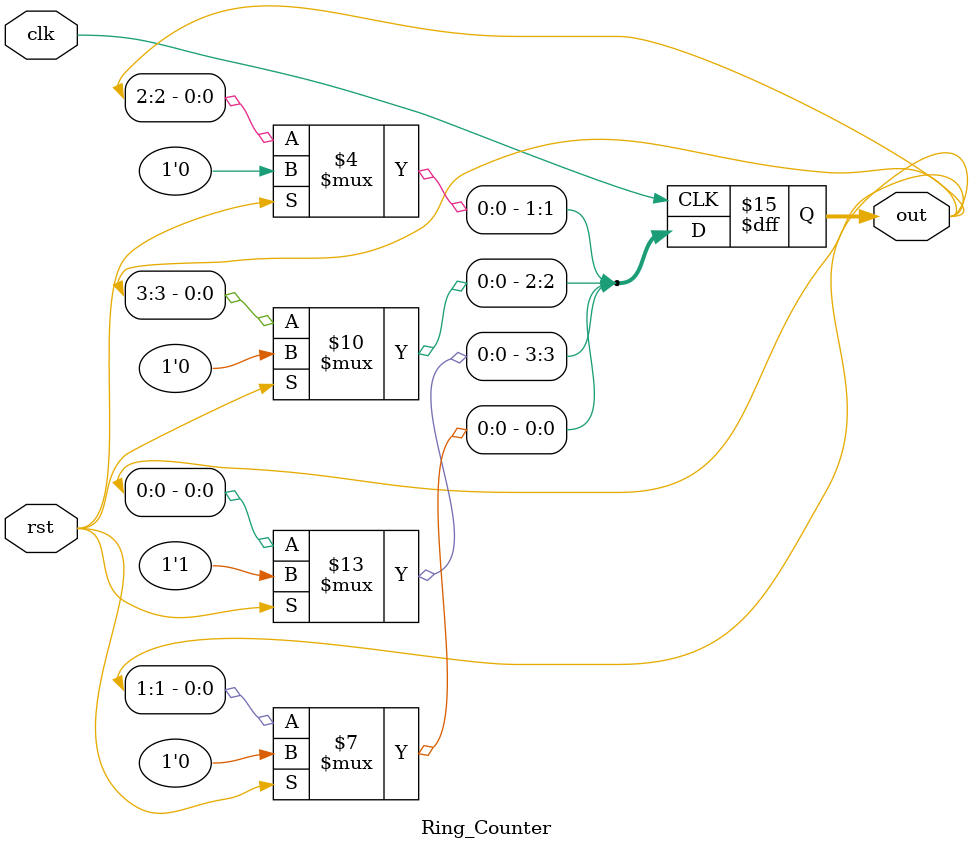
<source format=v>


`timescale 1ns / 1ps
module Ring_Counter(
input clk, rst,
output[3:0] out
    );
    reg[3:0] out;
    always@(posedge clk) begin
    if(rst == 1'b1) out = 4'b1000;
    else begin
    out[3] <= out[0];
    out[2] <= out[3];
    out[1] <= out[2];
    out[0] <= out[1];
    end
    end
endmodule

</source>
